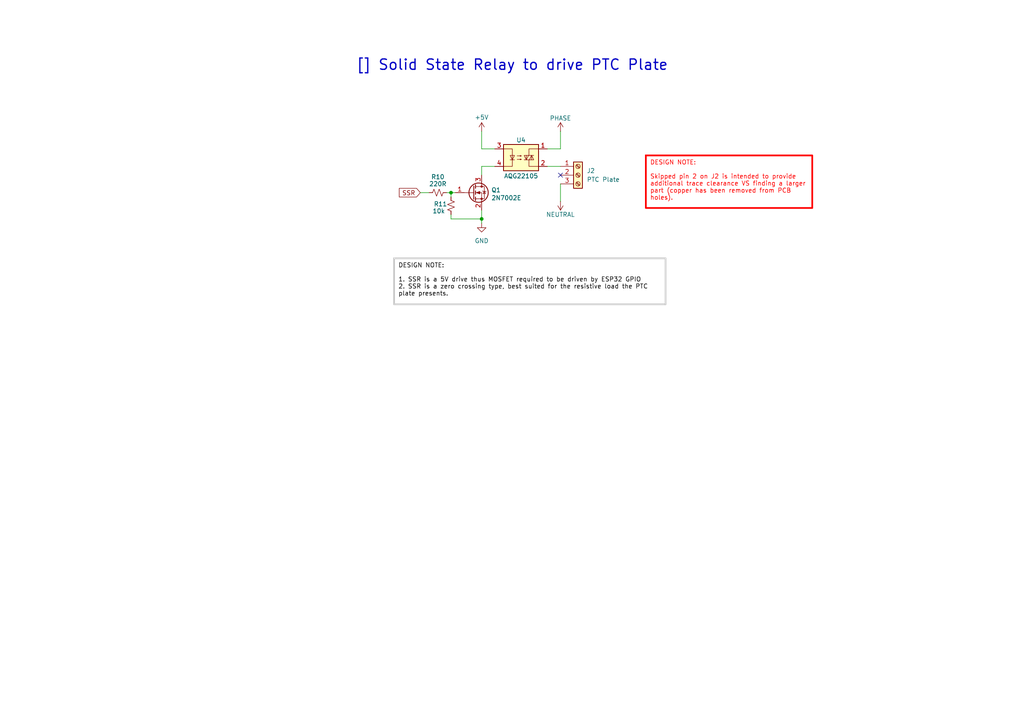
<source format=kicad_sch>
(kicad_sch (version 20250114) (generator "eeschema") (generator_version "9.0")
  (paper "A4")
  (title_block (title "Solid State Relay to drive PTC Plate") (date "2025-03-08") (rev "1.2") (company "Wattle Labs"))
  (lib_symbols
    (symbol "Connector:Screw_Terminal_01x03" (pin_names (offset 1.016) (hide yes))
      (property "Reference" "J" (at 0 5.08 0))
      (property "Value" "Screw_Terminal_01x03" (at 0 -5.08 0))
      (symbol "Screw_Terminal_01x03_1_1"
        (rectangle (start -1.27 3.81) (end 1.27 -3.81) (stroke (width 0.254)) (fill (type background)))
        (polyline (pts (xy -0.5334 2.8702) (xy 0.3302 2.032)) (stroke (width 0.1524)))
        (polyline (pts (xy -0.5334 0.3302) (xy 0.3302 -0.508)) (stroke (width 0.1524)))
        (polyline (pts (xy -0.5334 -2.2098) (xy 0.3302 -3.048)) (stroke (width 0.1524)))
        (polyline (pts (xy -0.3556 3.048) (xy 0.508 2.2098)) (stroke (width 0.1524)))
        (polyline (pts (xy -0.3556 0.508) (xy 0.508 -0.3302)) (stroke (width 0.1524)))
        (polyline (pts (xy -0.3556 -2.032) (xy 0.508 -2.8702)) (stroke (width 0.1524)))
        (circle (center 0 2.54) (radius 0.635) (stroke (width 0.1524)))
        (circle (center 0 0) (radius 0.635) (stroke (width 0.1524)))
        (circle (center 0 -2.54) (radius 0.635) (stroke (width 0.1524)))
        (pin passive line (at -5.08 2.54 0) (length 3.81) (name "Pin_1") (number "1"))
        (pin passive line (at -5.08 0 0) (length 3.81) (name "Pin_2") (number "2"))
        (pin passive line (at -5.08 -2.54 0) (length 3.81) (name "Pin_3") (number "3"))
      )
    )
    (symbol "Device:R_Small_US" (pin_numbers (hide yes)) (pin_names (offset 0.254) (hide yes))
      (property "Reference" "R" (at 0.762 0.508 0))
      (property "Value" "R_Small_US" (at 0.762 -1.016 0))
      (symbol "R_Small_US_1_1"
        (polyline (pts (xy 0 1.524) (xy 1.016 1.143) (xy 0 0.762) (xy -1.016 0.381) (xy 0 0)))
        (polyline (pts (xy 0 0) (xy 1.016 -0.381) (xy 0 -0.762) (xy -1.016 -1.143) (xy 0 -1.524)))
        (pin passive line (at 0 2.54 270) (length 1.016) (name "~") (number "1"))
        (pin passive line (at 0 -2.54 90) (length 1.016) (name "~") (number "2"))
      )
    )
    (symbol "Relay_SolidState:S102S01"
      (property "Reference" "U" (at -5.08 5.08 0))
      (property "Value" "S102S01" (at 0 5.08 0))
      (symbol "S102S01_0_1"
        (rectangle (start -5.08 3.81) (end 5.08 -3.81) (stroke (width 0.254)) (fill (type background)))
        (polyline (pts (xy -5.08 2.54) (xy -2.54 2.54) (xy -2.54 -2.54) (xy -5.08 -2.54)))
        (polyline (pts (xy -3.175 -0.635) (xy -1.905 -0.635)))
        (polyline (pts (xy -2.54 -0.635) (xy -3.175 0.635) (xy -1.905 0.635) (xy -2.54 -0.635)))
        (polyline (pts (xy -1.143 0.508) (xy 0.127 0.508) (xy -0.254 0.381) (xy -0.254 0.635) (xy 0.127 0.508)))
        (polyline (pts (xy -1.143 -0.508) (xy 0.127 -0.508) (xy -0.254 -0.635) (xy -0.254 -0.381) (xy 0.127 -0.508)))
        (polyline (pts (xy 0.889 -0.635) (xy 3.683 -0.635) (xy 3.048 0.635) (xy 2.413 -0.635)))
        (polyline (pts (xy 1.524 -0.635) (xy 1.524 0.635)))
        (polyline (pts (xy 2.286 0.635) (xy 2.286 2.54) (xy 5.08 2.54)))
        (polyline (pts (xy 2.286 -0.635) (xy 2.286 -2.54) (xy 5.08 -2.54)))
        (polyline (pts (xy 3.048 0.635) (xy 3.048 -0.635)))
        (polyline (pts (xy 3.683 0.635) (xy 0.889 0.635) (xy 1.524 -0.635) (xy 2.159 0.635)))
      )
      (symbol "S102S01_1_1"
        (pin passive line (at -7.62 2.54 0) (length 2.54) (name "~") (number "3"))
        (pin passive line (at -7.62 -2.54 0) (length 2.54) (name "~") (number "4"))
        (pin passive line (at 7.62 2.54 180) (length 2.54) (name "~") (number "1"))
        (pin passive line (at 7.62 -2.54 180) (length 2.54) (name "~") (number "2"))
      )
    )
    (symbol "Transistor_FET:2N7002E" (pin_names (hide yes))
      (property "Reference" "Q" (at 5.08 1.905 0))
      (property "Value" "2N7002E" (at 5.08 0 0))
      (symbol "2N7002E_0_1"
        (polyline (pts (xy 0.254 1.905) (xy 0.254 -1.905)) (stroke (width 0.254)))
        (polyline (pts (xy 0.254 0) (xy -2.54 0)))
        (polyline (pts (xy 0.762 2.286) (xy 0.762 1.27)) (stroke (width 0.254)))
        (polyline (pts (xy 0.762 0.508) (xy 0.762 -0.508)) (stroke (width 0.254)))
        (polyline (pts (xy 0.762 -1.27) (xy 0.762 -2.286)) (stroke (width 0.254)))
        (polyline (pts (xy 0.762 -1.778) (xy 3.302 -1.778) (xy 3.302 1.778) (xy 0.762 1.778)))
        (polyline (pts (xy 1.016 0) (xy 2.032 0.381) (xy 2.032 -0.381) (xy 1.016 0)) (fill (type outline)))
        (circle (center 1.651 0) (radius 2.794) (stroke (width 0.254)))
        (polyline (pts (xy 2.54 2.54) (xy 2.54 1.778)))
        (circle (center 2.54 1.778) (radius 0.254) (fill (type outline)))
        (circle (center 2.54 -1.778) (radius 0.254) (fill (type outline)))
        (polyline (pts (xy 2.54 -2.54) (xy 2.54 0) (xy 0.762 0)))
        (polyline (pts (xy 2.794 0.508) (xy 2.921 0.381) (xy 3.683 0.381) (xy 3.81 0.254)))
        (polyline (pts (xy 3.302 0.381) (xy 2.921 -0.254) (xy 3.683 -0.254) (xy 3.302 0.381)))
      )
      (symbol "2N7002E_1_1"
        (pin input line (at -5.08 0 0) (length 2.54) (name "G") (number "1"))
        (pin passive line (at 2.54 5.08 270) (length 2.54) (name "D") (number "3"))
        (pin passive line (at 2.54 -5.08 90) (length 2.54) (name "S") (number "2"))
      )
    )
    (symbol "power:+5V" (power) (pin_numbers (hide yes)) (pin_names (offset 0) (hide yes))
      (property "Value" "+5V" (at 0 3.556 0))
      (symbol "+5V_0_1"
        (polyline (pts (xy -0.762 1.27) (xy 0 2.54)))
        (polyline (pts (xy 0 2.54) (xy 0.762 1.27)))
        (polyline (pts (xy 0 0) (xy 0 2.54)))
      )
      (symbol "+5V_1_1"
        (pin power_in line (at 0 0 90) (length 0) (name "~") (number "1"))
      )
    )
    (symbol "power:GND" (power) (pin_numbers (hide yes)) (pin_names (offset 0) (hide yes))
      (property "Value" "GND" (at 0 -3.81 0))
      (symbol "GND_0_1"
        (polyline (pts (xy 0 0) (xy 0 -1.27) (xy 1.27 -1.27) (xy 0 -2.54) (xy -1.27 -1.27) (xy 0 -1.27)))
      )
      (symbol "GND_1_1"
        (pin power_in line (at 0 0 270) (length 0) (name "~") (number "1"))
      )
    )
    (symbol "power:LINE" (power) (pin_numbers (hide yes)) (pin_names (offset 0) (hide yes))
      (property "Value" "LINE" (at 0 3.556 0))
      (symbol "LINE_0_1"
        (polyline (pts (xy -0.762 1.27) (xy 0 2.54)))
        (polyline (pts (xy 0 2.54) (xy 0.762 1.27)))
        (polyline (pts (xy 0 0) (xy 0 2.54)))
      )
      (symbol "LINE_1_1"
        (pin power_in line (at 0 0 90) (length 0) (name "~") (number "1"))
      )
    )
    (symbol "power:NEUT" (power) (pin_numbers (hide yes)) (pin_names (offset 0) (hide yes))
      (property "Value" "NEUT" (at 0 3.556 0))
      (symbol "NEUT_0_1"
        (polyline (pts (xy -0.762 1.27) (xy 0 2.54)))
        (polyline (pts (xy 0 2.54) (xy 0.762 1.27)))
        (polyline (pts (xy 0 0) (xy 0 2.54)))
      )
      (symbol "NEUT_1_1"
        (pin power_in line (at 0 0 90) (length 0) (name "~") (number "1"))
      )
    )
  )
  (text_box "DESIGN NOTE:\n\n1. SSR is a 5V drive thus MOSFET required to be driven by ESP32 GPIO\n2. SSR is a zero crossing type, best suited for the resistive load the PTC plate presents." (at 114.3 74.93 0) (size 78.74 13.335) (margins 1.2025 1.2025 1.2025 1.2025) (stroke (width 0.5) (color 200 200 200 1)) (effects (font (size 1.27 1.27)) (justify left top)))
  (text_box "[${#}] ${TITLE}" (at 12.065 12.065 0) (size 273.05 13.335) (margins 2.2499 2.2499 2.2499 2.2499) (stroke (width -0.0001)) (effects (font (size 3 3) (thickness 0.375))))
  (text_box "DESIGN NOTE:\n\nSkipped pin 2 on J2 is intended to provide additional trace clearance VS finding a larger part (copper has been removed from PCB holes)." (at 187.325 45.085 0) (size 48.26 15.24) (margins 1.2025 1.2025 1.2025 1.2025) (stroke (width 0.5) (color 255 0 0 1)) (effects (font (size 1.27 1.27) (thickness 0.1588)) (justify left top)))
  (junction (at 130.81 55.88))
  (junction (at 139.7 63.5))
  (no_connect (at 162.56 50.8))
  (wire (pts (xy 162.56 43.18) (xy 158.75 43.18)))
  (wire (pts (xy 121.92 55.88) (xy 124.46 55.88)))
  (wire (pts (xy 162.56 38.1) (xy 162.56 43.18)))
  (wire (pts (xy 139.7 43.18) (xy 139.7 38.1)))
  (wire (pts (xy 130.81 63.5) (xy 139.7 63.5)))
  (wire (pts (xy 130.81 62.23) (xy 130.81 63.5)))
  (wire (pts (xy 130.81 55.88) (xy 132.08 55.88)))
  (wire (pts (xy 130.81 55.88) (xy 130.81 57.15)))
  (wire (pts (xy 143.51 48.26) (xy 139.7 48.26)))
  (wire (pts (xy 139.7 63.5) (xy 139.7 64.77)))
  (wire (pts (xy 158.75 48.26) (xy 162.56 48.26)))
  (wire (pts (xy 129.54 55.88) (xy 130.81 55.88)))
  (wire (pts (xy 139.7 60.96) (xy 139.7 63.5)))
  (wire (pts (xy 143.51 43.18) (xy 139.7 43.18)))
  (wire (pts (xy 139.7 48.26) (xy 139.7 50.8)))
  (wire (pts (xy 162.56 53.34) (xy 162.56 58.42)))
  (global_label "SSR" (shape input) (at 121.92 55.88 180) (property "Intersheetrefs" "${INTERSHEET_REFS}" (effects (hide yes))))
  (symbol (lib_id "power:LINE") (at 162.56 38.1 0) (unit 1)
    (property "Reference" "#PWR601" (effects (hide yes)))
    (property "Value" "PHASE" (at 162.56 34.29 0))
    (property "Description" "Power symbol creates a global label with name \"LINE\"" (effects (hide yes)))
  )
  (symbol (lib_id "power:+5V") (at 139.7 38.1 0) (unit 1)
    (property "Reference" "#PWR05" (effects (hide yes)))
    (property "Value" "+5V" (at 139.7 34.036 0))
    (property "Description" "Power symbol creates a global label with name \"+5V\"" (effects (hide yes)))
  )
  (symbol (lib_id "Connector:Screw_Terminal_01x03") (at 167.64 50.8 0) (unit 1)
    (property "Reference" "J2" (at 170.18 49.5299 0) (effects (justify left)))
    (property "Value" "PTC Plate" (at 170.18 52.0699 0) (effects (justify left)))
    (property "Footprint" "TerminalBlock_Altech:Altech_AK100_1x03_P5.00mm" (effects (hide yes)))
    (property "Description" "Generic screw terminal, single row, 01x03, script generated (kicad-library-utils/schlib/autogen/connector/)" (effects (hide yes)))
  )
  (symbol (lib_id "Device:R_Small_US") (at 130.81 59.69 0) (unit 1)
    (property "Reference" "R11" (at 127.762 59.182 0))
    (property "Value" "10k" (at 127.254 61.214 0))
    (property "Footprint" "Resistor_SMD:R_0603_1608Metric_Pad0.98x0.95mm_HandSolder" (effects (hide yes)))
    (property "Description" "Resistor, small US symbol" (effects (hide yes)))
    (property "Digikey_PN" "541-10.0KHCT-ND" (effects (hide yes)))
  )
  (symbol (lib_id "Device:R_Small_US") (at 127 55.88 270) (unit 1)
    (property "Reference" "R10" (at 127 51.308 90))
    (property "Value" "220R" (at 127 53.34 90))
    (property "Footprint" "Resistor_SMD:R_0603_1608Metric_Pad0.98x0.95mm_HandSolder" (effects (hide yes)))
    (property "Description" "Resistor, small US symbol" (effects (hide yes)))
    (property "Digikey_PN" "541-10440-1-ND" (effects (hide yes)))
  )
  (symbol (lib_id "Transistor_FET:2N7002E") (at 137.16 55.88 0) (unit 1)
    (property "Reference" "Q1" (at 142.494 55.118 0) (effects (justify left)))
    (property "Value" "2N7002E" (at 142.494 57.404 0) (effects (justify left)))
    (property "Footprint" "Package_TO_SOT_SMD:SOT-23" (effects (hide yes)))
    (property "Datasheet" "http://www.diodes.com/assets/Datasheets/ds30376.pdf" (effects (hide yes)))
    (property "Description" "0.24A Id, 60V Vds, N-Channel MOSFET, SOT-23" (effects (hide yes)))
    (property "Digikey_PN" "2N7002E-ND" (effects (hide yes)))
  )
  (symbol (lib_id "Relay_SolidState:S102S01") (at 151.13 45.72 0) (unit 1)
    (property "Reference" "U4" (at 151.13 40.64 0))
    (property "Value" "AQG22105" (at 151.13 51.054 0))
    (property "Footprint" "0_Project:SSR_AQG22105" (effects (hide yes)))
    (property "Description" "SSR RELAY SPST-NO 2A 75-264VAC Zero Cross" (effects (hide yes)))
    (property "Supplier" "https://www.digikey.co.nz/en/products/detail/panasonic-electric-works/AQG22105/646003?s=N4IgTCBcDaIIIEUDiYwEYAMBWEBdAvkA" (effects (hide yes)))
    (property "Digikey_PN" "255-2102-5-ND" (effects (hide yes)))
  )
  (symbol (lib_id "power:GND") (at 139.7 64.77 0) (unit 1)
    (property "Reference" "#PWR019" (effects (hide yes)))
    (property "Value" "GND" (at 139.7 69.85 0))
    (property "Description" "Power symbol creates a global label with name \"GND\" , ground" (effects (hide yes)))
  )
  (symbol (lib_id "power:NEUT") (at 162.56 58.42 180) (unit 1)
    (property "Reference" "#PWR602" (effects (hide yes)))
    (property "Value" "NEUTRAL" (at 162.56 62.23 0))
    (property "Description" "Power symbol creates a global label with name \"NEUT\"" (effects (hide yes)))
  )
)
</source>
